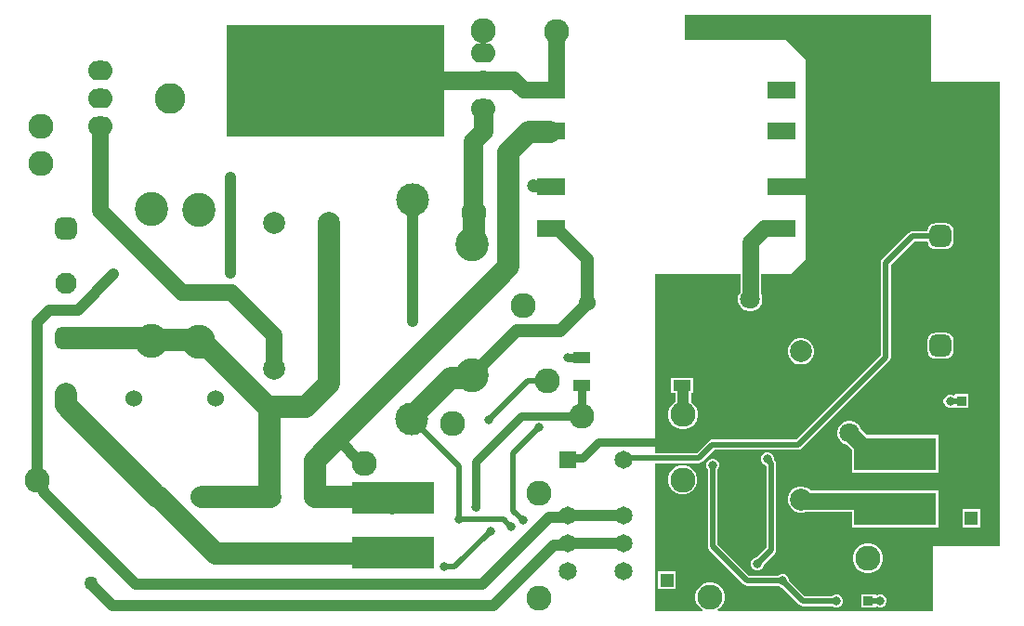
<source format=gbr>
%TF.GenerationSoftware,Altium Limited,Altium Designer,21.6.4 (81)*%
G04 Layer_Physical_Order=1*
G04 Layer_Color=255*
%FSLAX43Y43*%
%MOMM*%
%TF.SameCoordinates,3FCC9EDD-E33D-4AE7-AC82-89E58AA9E509*%
%TF.FilePolarity,Positive*%
%TF.FileFunction,Copper,L1,Top,Signal*%
%TF.Part,Single*%
G01*
G75*
%TA.AperFunction,TestPad*%
%ADD10R,7.500X3.000*%
%ADD11R,0.900X0.850*%
%ADD12R,1.600X1.000*%
%ADD13R,2.500X1.500*%
%ADD14R,0.850X0.900*%
%TA.AperFunction,Conductor*%
%ADD15C,1.000*%
%ADD16C,0.500*%
%ADD17C,0.300*%
%ADD18C,0.800*%
%ADD19C,2.000*%
%ADD20C,1.200*%
%ADD21C,1.500*%
%ADD22C,1.700*%
%ADD23C,1.800*%
%ADD24R,1.881X5.156*%
%ADD25R,1.395X4.040*%
%ADD26R,3.522X3.251*%
%ADD27R,3.333X3.701*%
%ADD28R,3.724X3.766*%
%ADD29R,2.718X4.191*%
%ADD30R,19.812X10.160*%
%ADD31R,2.528X2.957*%
%TA.AperFunction,TestPad*%
%ADD32C,2.286*%
%TA.AperFunction,ComponentPad*%
%ADD33C,1.650*%
%ADD34R,1.650X1.650*%
%TA.AperFunction,TestPad*%
%ADD35C,1.950*%
G04:AMPARAMS|DCode=36|XSize=1.95mm|YSize=1.95mm|CornerRadius=0.488mm|HoleSize=0mm|Usage=FLASHONLY|Rotation=270.000|XOffset=0mm|YOffset=0mm|HoleType=Round|Shape=RoundedRectangle|*
%AMROUNDEDRECTD36*
21,1,1.950,0.975,0,0,270.0*
21,1,0.975,1.950,0,0,270.0*
1,1,0.975,-0.488,-0.488*
1,1,0.975,-0.488,0.488*
1,1,0.975,0.488,0.488*
1,1,0.975,0.488,-0.488*
%
%ADD36ROUNDEDRECTD36*%
%TA.AperFunction,ComponentPad*%
%ADD37C,2.000*%
%TA.AperFunction,TestPad*%
%ADD38C,2.000*%
%TA.AperFunction,ComponentPad*%
%ADD39C,3.000*%
%TA.AperFunction,TestPad*%
%ADD40C,1.524*%
%TA.AperFunction,ComponentPad*%
%ADD41C,2.286*%
%ADD42O,3.000X3.100*%
%TA.AperFunction,TestPad*%
%ADD43O,2.286X1.778*%
%ADD44C,4.572*%
%TA.AperFunction,ComponentPad*%
%ADD45C,2.794*%
%ADD46O,2.286X1.778*%
%TA.AperFunction,TestPad*%
%ADD47R,1.200X1.200*%
%ADD48C,1.200*%
%ADD49R,1.250X1.250*%
%ADD50C,1.250*%
%TA.AperFunction,ViaPad*%
%ADD51C,0.800*%
%ADD52C,1.270*%
%ADD53C,1.200*%
%ADD54C,1.800*%
%ADD55C,1.000*%
G36*
X84404Y48630D02*
X84455Y48579D01*
X90667D01*
X90667Y6272D01*
X84545D01*
Y331D01*
X64945Y326D01*
X64911Y453D01*
X65061Y540D01*
X65311Y790D01*
X65488Y1096D01*
X65580Y1437D01*
Y1791D01*
X65488Y2133D01*
X65311Y2439D01*
X65061Y2689D01*
X64755Y2866D01*
X64413Y2957D01*
X64060D01*
X63718Y2866D01*
X63412Y2689D01*
X63162Y2439D01*
X62985Y2133D01*
X62894Y1791D01*
Y1437D01*
X62985Y1096D01*
X63162Y790D01*
X63412Y540D01*
X63562Y453D01*
X63528Y326D01*
X59323Y325D01*
X59233Y414D01*
Y530D01*
Y13818D01*
X63187D01*
X63363Y13853D01*
X63511Y13952D01*
X64614Y15055D01*
X72293D01*
X72468Y15090D01*
X72617Y15189D01*
X80559Y23131D01*
X80658Y23280D01*
X80693Y23455D01*
Y31862D01*
X82869Y34038D01*
X84053D01*
Y34009D01*
X84077Y33830D01*
X84146Y33662D01*
X84257Y33519D01*
X84400Y33409D01*
X84567Y33339D01*
X84747Y33316D01*
X85722D01*
X85901Y33339D01*
X86069Y33409D01*
X86212Y33519D01*
X86322Y33662D01*
X86392Y33830D01*
X86415Y34009D01*
Y34984D01*
X86392Y35164D01*
X86322Y35331D01*
X86212Y35474D01*
X86069Y35585D01*
X85901Y35654D01*
X85722Y35677D01*
X84747D01*
X84567Y35654D01*
X84400Y35585D01*
X84257Y35474D01*
X84146Y35331D01*
X84077Y35164D01*
X84053Y34984D01*
Y34955D01*
X82679D01*
X82503Y34920D01*
X82354Y34821D01*
X79910Y32377D01*
X79811Y32228D01*
X79776Y32052D01*
Y23645D01*
X72103Y15972D01*
X64424D01*
X64248Y15937D01*
X64100Y15838D01*
X62997Y14735D01*
X59233D01*
Y31090D01*
X66970D01*
Y29353D01*
X66869Y29177D01*
X66794Y28898D01*
Y28608D01*
X66869Y28328D01*
X67014Y28077D01*
X67219Y27873D01*
X67470Y27728D01*
X67749Y27653D01*
X68039D01*
X68319Y27728D01*
X68570Y27873D01*
X68774Y28077D01*
X68919Y28328D01*
X68994Y28608D01*
Y28898D01*
X68919Y29177D01*
X68887Y29234D01*
Y31090D01*
X71645D01*
X72974Y32419D01*
Y50521D01*
X71145Y52349D01*
X61951Y52349D01*
X61951Y54667D01*
X84404D01*
Y48630D01*
D02*
G37*
%LPC*%
G36*
X85722Y25696D02*
X84747D01*
X84567Y25672D01*
X84400Y25603D01*
X84257Y25493D01*
X84146Y25349D01*
X84077Y25182D01*
X84053Y25002D01*
Y24027D01*
X84077Y23848D01*
X84146Y23681D01*
X84257Y23537D01*
X84400Y23427D01*
X84567Y23358D01*
X84747Y23334D01*
X85722D01*
X85901Y23358D01*
X86069Y23427D01*
X86212Y23537D01*
X86322Y23681D01*
X86392Y23848D01*
X86415Y24027D01*
Y25002D01*
X86392Y25182D01*
X86322Y25349D01*
X86212Y25493D01*
X86069Y25603D01*
X85901Y25672D01*
X85722Y25696D01*
D02*
G37*
G36*
X72658Y25200D02*
X72342D01*
X72037Y25118D01*
X71763Y24960D01*
X71540Y24737D01*
X71382Y24463D01*
X71300Y24158D01*
Y23842D01*
X71382Y23537D01*
X71540Y23263D01*
X71763Y23040D01*
X72037Y22882D01*
X72342Y22800D01*
X72658D01*
X72963Y22882D01*
X73237Y23040D01*
X73460Y23263D01*
X73618Y23537D01*
X73700Y23842D01*
Y24158D01*
X73618Y24463D01*
X73460Y24737D01*
X73237Y24960D01*
X72963Y25118D01*
X72658Y25200D01*
D02*
G37*
G36*
X87776Y20124D02*
X86526D01*
Y20075D01*
X86511Y20058D01*
X86399Y20001D01*
X86223Y20074D01*
X85984D01*
X85764Y19982D01*
X85595Y19814D01*
X85504Y19593D01*
Y19354D01*
X85595Y19134D01*
X85764Y18965D01*
X85984Y18874D01*
X86223D01*
X86399Y18947D01*
X86511Y18890D01*
X86526Y18872D01*
Y18824D01*
X87776D01*
Y20124D01*
D02*
G37*
G36*
X61798Y21610D02*
X61674D01*
X61628Y21604D01*
X60674D01*
Y20204D01*
X61092D01*
Y19408D01*
X60923Y19311D01*
X60673Y19061D01*
X60496Y18754D01*
X60404Y18413D01*
Y18059D01*
X60496Y17718D01*
X60673Y17411D01*
X60923Y17161D01*
X61229Y16985D01*
X61571Y16893D01*
X61924D01*
X62266Y16985D01*
X62572Y17161D01*
X62822Y17411D01*
X62999Y17718D01*
X63090Y18059D01*
Y18413D01*
X62999Y18754D01*
X62822Y19061D01*
X62572Y19311D01*
X62504Y19350D01*
Y20204D01*
X62674D01*
Y21604D01*
X61844D01*
X61798Y21610D01*
D02*
G37*
G36*
X77081Y17655D02*
X76792D01*
X76512Y17580D01*
X76261Y17435D01*
X76056Y17231D01*
X75912Y16980D01*
X75837Y16700D01*
Y16410D01*
X75912Y16131D01*
X76056Y15880D01*
X76261Y15675D01*
X76512Y15530D01*
X76643Y15495D01*
X77127Y15012D01*
Y12967D01*
X85027D01*
Y16367D01*
X78482D01*
X77996Y16853D01*
X77962Y16980D01*
X77817Y17231D01*
X77612Y17435D01*
X77361Y17580D01*
X77081Y17655D01*
D02*
G37*
G36*
X61899Y13637D02*
X61545D01*
X61204Y13545D01*
X60897Y13368D01*
X60647Y13118D01*
X60471Y12812D01*
X60379Y12470D01*
Y12117D01*
X60471Y11775D01*
X60647Y11469D01*
X60897Y11219D01*
X61204Y11042D01*
X61545Y10951D01*
X61899D01*
X62240Y11042D01*
X62547Y11219D01*
X62797Y11469D01*
X62973Y11775D01*
X63065Y12117D01*
Y12470D01*
X62973Y12812D01*
X62797Y13118D01*
X62547Y13368D01*
X62240Y13545D01*
X61899Y13637D01*
D02*
G37*
G36*
X72658Y11700D02*
X72342D01*
X72037Y11618D01*
X71763Y11460D01*
X71540Y11237D01*
X71382Y10963D01*
X71300Y10658D01*
Y10342D01*
X71382Y10037D01*
X71540Y9763D01*
X71763Y9540D01*
X72037Y9382D01*
X72342Y9300D01*
X72658D01*
X72963Y9382D01*
X72982Y9393D01*
X73006Y9389D01*
X77127D01*
Y7967D01*
X85027D01*
Y11367D01*
X77127D01*
Y11306D01*
X73391D01*
X73237Y11460D01*
X72963Y11618D01*
X72658Y11700D01*
D02*
G37*
G36*
X88861Y9594D02*
X87211D01*
Y7944D01*
X88861D01*
Y9594D01*
D02*
G37*
G36*
X69571Y14773D02*
X69332D01*
X69112Y14682D01*
X68943Y14513D01*
X68852Y14292D01*
Y14054D01*
X68943Y13833D01*
X69112Y13664D01*
X69314Y13581D01*
X69340Y13554D01*
Y6083D01*
X68480Y5223D01*
X68410D01*
X68189Y5131D01*
X68021Y4963D01*
X67929Y4742D01*
Y4503D01*
X68021Y4283D01*
X68189Y4114D01*
X68410Y4023D01*
X68649D01*
X68869Y4114D01*
X69038Y4283D01*
X69129Y4503D01*
Y4574D01*
X70124Y5568D01*
X70223Y5717D01*
X70258Y5893D01*
Y13744D01*
X70223Y13920D01*
X70124Y14069D01*
X70052Y14141D01*
Y14292D01*
X69960Y14513D01*
X69791Y14682D01*
X69571Y14773D01*
D02*
G37*
G36*
X78790Y6502D02*
X78436D01*
X78095Y6411D01*
X77788Y6234D01*
X77538Y5984D01*
X77362Y5678D01*
X77270Y5336D01*
Y4982D01*
X77362Y4641D01*
X77538Y4335D01*
X77788Y4085D01*
X78095Y3908D01*
X78436Y3816D01*
X78790D01*
X79131Y3908D01*
X79438Y4085D01*
X79688Y4335D01*
X79864Y4641D01*
X79956Y4982D01*
Y5336D01*
X79864Y5678D01*
X79688Y5984D01*
X79438Y6234D01*
X79131Y6411D01*
X78790Y6502D01*
D02*
G37*
G36*
X61086Y3919D02*
X59486D01*
Y2319D01*
X61086D01*
Y3919D01*
D02*
G37*
G36*
X79294Y1886D02*
X77994D01*
Y636D01*
X79294D01*
Y688D01*
X79335Y719D01*
X79421Y756D01*
X79617Y674D01*
X79855D01*
X80076Y766D01*
X80245Y935D01*
X80336Y1155D01*
Y1394D01*
X80245Y1614D01*
X80076Y1783D01*
X79855Y1874D01*
X79617D01*
X79421Y1793D01*
X79335Y1830D01*
X79294Y1860D01*
Y1886D01*
D02*
G37*
G36*
X64585Y14240D02*
X64346D01*
X64125Y14148D01*
X63957Y13980D01*
X63865Y13759D01*
Y13520D01*
X63957Y13300D01*
X64006Y13250D01*
Y6223D01*
X64041Y6047D01*
X64141Y5899D01*
X67290Y2749D01*
X67439Y2650D01*
X67614Y2615D01*
X70448D01*
X70498Y2565D01*
X70719Y2474D01*
X70789D01*
X72347Y916D01*
X72496Y817D01*
X72671Y782D01*
X75353D01*
X75403Y732D01*
X75623Y640D01*
X75862D01*
X76083Y732D01*
X76251Y901D01*
X76343Y1121D01*
Y1360D01*
X76251Y1580D01*
X76083Y1749D01*
X75862Y1840D01*
X75623D01*
X75403Y1749D01*
X75353Y1699D01*
X72861D01*
X71438Y3123D01*
Y3193D01*
X71347Y3414D01*
X71178Y3583D01*
X70957Y3674D01*
X70719D01*
X70498Y3583D01*
X70448Y3533D01*
X67804D01*
X64924Y6413D01*
Y13250D01*
X64974Y13300D01*
X65065Y13520D01*
Y13759D01*
X64974Y13980D01*
X64805Y14148D01*
X64585Y14240D01*
D02*
G37*
%LPD*%
D10*
X35331Y5644D02*
D03*
Y10644D02*
D03*
X81077Y9667D02*
D03*
Y14667D02*
D03*
D11*
X78644Y1261D02*
D03*
Y2811D02*
D03*
D12*
X61674Y20904D02*
D03*
X52524Y23444D02*
D03*
X61674D02*
D03*
X52524Y20904D02*
D03*
D13*
X49774Y38989D02*
D03*
Y47829D02*
D03*
Y35229D02*
D03*
Y44069D02*
D03*
X70774Y38989D02*
D03*
Y35229D02*
D03*
Y44069D02*
D03*
Y47829D02*
D03*
D14*
X88701Y19474D02*
D03*
X87151D02*
D03*
D15*
X9749Y825D02*
X44485D01*
X50006Y6346D01*
X50688D01*
X50691Y6350D01*
X11879Y2751D02*
X43441D01*
X49580Y8890D02*
X51151D01*
X43441Y2751D02*
X49580Y8890D01*
X51162Y6350D02*
X51283Y6470D01*
X50691Y6350D02*
X51162D01*
X51151Y8890D02*
X51275Y9014D01*
X2896Y11946D02*
X3485Y11356D01*
Y11145D02*
X11879Y2751D01*
X2896Y11946D02*
Y26619D01*
X3485Y11145D02*
Y11356D01*
X7823Y2751D02*
X9749Y825D01*
X51369Y6470D02*
X56327D01*
X51308Y9071D02*
X56388D01*
X61798Y18287D02*
Y20904D01*
X61674D02*
X61798D01*
X49736Y39027D02*
X49774Y38989D01*
X48108Y39065D02*
X48146Y39027D01*
X49736D01*
X32492Y13792D02*
X32741D01*
X30257Y16027D02*
X32492Y13792D01*
X2896Y26619D02*
X4039Y27762D01*
X34227Y10693D02*
X35276Y9644D01*
X32073Y10693D02*
X34227D01*
X6600Y27762D02*
X9881Y31043D01*
X4039Y27762D02*
X6600D01*
X20486Y31115D02*
Y39853D01*
X37109Y26756D02*
Y37786D01*
X49680Y43975D02*
X49774Y44069D01*
D16*
X46292Y9499D02*
X47194Y8597D01*
X46292Y9499D02*
Y14688D01*
X41351Y8694D02*
X45381D01*
X46020Y8055D02*
X46101D01*
X45381Y8694D02*
X46020Y8055D01*
X69452Y14092D02*
Y14173D01*
X69799Y5893D02*
Y13744D01*
X68529Y4623D02*
X69799Y5893D01*
X69452Y14092D02*
X69799Y13744D01*
X40971Y4420D02*
X44196Y7644D01*
X39984Y4420D02*
X40971D01*
X46292Y14688D02*
X48674Y17071D01*
X62481Y15748D02*
X63853Y17120D01*
X37059Y17811D02*
X41351Y13519D01*
Y8694D02*
Y13519D01*
X47631Y21311D02*
X48971D01*
X44070Y17750D02*
X47631Y21311D01*
X64465Y6223D02*
Y13640D01*
X67614Y3074D02*
X70838D01*
X64465Y6223D02*
X67614Y3074D01*
X64424Y15514D02*
X72293D01*
X56337Y14276D02*
X63187D01*
X64424Y15514D01*
X72293D02*
X80234Y23455D01*
Y32052D01*
X71907Y17120D02*
X78232Y23444D01*
X63853Y17120D02*
X71907D01*
X78232Y23444D02*
Y35535D01*
X82194Y39497D01*
X80234Y32052D02*
X82679Y34497D01*
X82194Y39497D02*
X85234D01*
X82679Y34497D02*
X85234D01*
X86104Y19474D02*
X87151D01*
X79730Y1268D02*
X79736Y1274D01*
X78684Y1246D02*
X78707Y1268D01*
X79730D01*
X75743Y1240D02*
X75768D01*
X72671D02*
X75743D01*
X70838Y3074D02*
X72671Y1240D01*
D17*
X7823Y2751D02*
Y2845D01*
D18*
X51257Y14276D02*
X52576D01*
X54048Y15748D02*
X62481D01*
X52576Y14276D02*
X54048Y15748D01*
X42901Y13945D02*
X47054Y18098D01*
X42901Y9844D02*
Y13945D01*
X47054Y18098D02*
X52524D01*
Y20904D01*
X51257Y23409D02*
X52626D01*
X52688Y23471D01*
D19*
X5500Y19113D02*
X13868Y10744D01*
X5500Y19113D02*
Y20171D01*
X28194Y14013D02*
X45872Y31691D01*
Y42113D02*
X47734Y43975D01*
X45872Y31691D02*
Y42113D01*
X13979Y10744D02*
X19186Y5537D01*
X34527D01*
X28194Y10693D02*
X32073D01*
X23876Y18974D02*
X24140Y18709D01*
X18513Y24336D02*
X23876Y18974D01*
X13335Y24963D02*
X13373Y24924D01*
X13126Y25171D02*
X13335Y24963D01*
X29486Y22384D02*
Y35738D01*
Y21104D02*
Y22384D01*
X37059Y17984D02*
X40622Y21546D01*
X42329D02*
X42570Y21788D01*
X40622Y21546D02*
X42329D01*
X27356Y18974D02*
X29486Y21104D01*
X23876Y18974D02*
X27356D01*
X17678Y24886D02*
X17899D01*
X18449Y24336D01*
X18513D01*
X24105Y10783D02*
X24194Y10693D01*
X24105Y10783D02*
Y18460D01*
X17919Y10693D02*
X24194D01*
X17868Y10744D02*
X17919Y10693D01*
X13385Y25013D02*
X17552D01*
X5500Y25171D02*
X13126D01*
X28194Y10693D02*
Y14013D01*
X42674Y33813D02*
Y36624D01*
X47734Y43975D02*
X49680D01*
D20*
X50274Y35229D02*
X53061Y32443D01*
Y28423D02*
Y32443D01*
X49774Y35229D02*
X50274D01*
X53061Y28335D02*
Y28423D01*
X37059Y17811D02*
Y17984D01*
X46638Y25855D02*
X50620D01*
X52899Y28134D02*
Y28173D01*
X53061Y28335D01*
X50620Y25855D02*
X52899Y28134D01*
X42570Y21788D02*
X46638Y25855D01*
D21*
X70774Y38989D02*
X74295D01*
X46380Y48692D02*
X47243Y47829D01*
X20599Y29337D02*
X24486Y25451D01*
X8687Y36779D02*
X16129Y29337D01*
X20599D01*
X24486Y22384D02*
Y25451D01*
X8687Y36779D02*
Y44475D01*
X76938Y16555D02*
X78827Y14667D01*
X76937Y16555D02*
X76938D01*
X78827Y14667D02*
X81077D01*
X72500Y10500D02*
X72596Y10404D01*
X72949D02*
X73006Y10348D01*
X80396D02*
X81077Y9667D01*
X72596Y10404D02*
X72949D01*
X73006Y10348D02*
X80396D01*
X69189Y35229D02*
X70774D01*
X67929Y28660D02*
Y33969D01*
X69189Y35229D01*
X50241Y47829D02*
Y53111D01*
X47243Y47829D02*
X50274D01*
D22*
X23364Y48692D02*
X46380D01*
D23*
X42621Y36677D02*
Y43180D01*
X43557Y44116D02*
Y46152D01*
X42621Y43180D02*
X43557Y44116D01*
D24*
X60263Y7023D02*
D03*
D25*
X67492Y10453D02*
D03*
D26*
X67249Y23927D02*
D03*
D27*
X85004Y29544D02*
D03*
D28*
X85285Y39615D02*
D03*
D29*
X74485Y39154D02*
D03*
D30*
X30095Y48691D02*
D03*
D31*
X85236Y29571D02*
D03*
D32*
X48620Y1504D02*
D03*
X61722Y12294D02*
D03*
X47158Y28198D02*
D03*
X40792Y17428D02*
D03*
X48674Y11100D02*
D03*
X52524Y18098D02*
D03*
X3226Y44475D02*
D03*
X32741Y13792D02*
D03*
X49428Y21336D02*
D03*
X78613Y5159D02*
D03*
X64237Y1614D02*
D03*
X74371Y39065D02*
D03*
X2896Y12294D02*
D03*
X3293Y41097D02*
D03*
X61747Y18236D02*
D03*
D33*
X56355Y14094D02*
D03*
Y9014D02*
D03*
Y6474D02*
D03*
Y3934D02*
D03*
X51275D02*
D03*
Y6474D02*
D03*
Y9014D02*
D03*
D34*
Y14094D02*
D03*
D35*
X5500Y20171D02*
D03*
X5500Y30175D02*
D03*
X85234Y39497D02*
D03*
X85234Y29515D02*
D03*
D36*
X5500Y25171D02*
D03*
X5500Y35175D02*
D03*
X85234Y34497D02*
D03*
X85234Y24515D02*
D03*
D37*
X28194Y10693D02*
D03*
X24194D02*
D03*
X29486Y22384D02*
D03*
X24486D02*
D03*
X17868Y10744D02*
D03*
X13868D02*
D03*
X24486Y35738D02*
D03*
X29486D02*
D03*
D38*
X67500Y10500D02*
D03*
X72500D02*
D03*
Y24000D02*
D03*
X67500D02*
D03*
D39*
X37059Y17811D02*
D03*
X37109Y37786D02*
D03*
D40*
X11693Y19694D02*
D03*
X19193Y19669D02*
D03*
X53061Y28423D02*
D03*
X60561Y28398D02*
D03*
D41*
X50241Y53111D02*
D03*
X43580Y53238D02*
D03*
X42674Y36624D02*
D03*
X87224Y46660D02*
D03*
D42*
X42570Y21788D02*
D03*
Y33788D02*
D03*
X17678Y24886D02*
D03*
Y36886D02*
D03*
X13335Y36963D02*
D03*
Y24963D02*
D03*
D43*
X43557Y51232D02*
D03*
Y48692D02*
D03*
Y46152D02*
D03*
D44*
X23364Y48692D02*
D03*
D45*
X15037Y47015D02*
D03*
D46*
X8687Y44475D02*
D03*
Y47015D02*
D03*
Y49555D02*
D03*
D47*
X60286Y3119D02*
D03*
D48*
Y5659D02*
D03*
Y8199D02*
D03*
D49*
X88036Y8769D02*
D03*
D50*
Y15869D02*
D03*
D51*
X47194Y8597D02*
D03*
X46101Y8055D02*
D03*
X48674Y17071D02*
D03*
X44196Y7644D02*
D03*
X41351Y8694D02*
D03*
X42901Y9844D02*
D03*
X39984Y4420D02*
D03*
X44070Y17750D02*
D03*
X86104Y19474D02*
D03*
X64465Y13640D02*
D03*
X20486Y39853D02*
D03*
Y31115D02*
D03*
X51257Y23409D02*
D03*
X37109Y26756D02*
D03*
X79736Y1274D02*
D03*
X69452Y14173D02*
D03*
X68529Y4623D02*
D03*
X75743Y1240D02*
D03*
X70838Y3074D02*
D03*
D52*
X7823Y2845D02*
D03*
D53*
X48108Y39065D02*
D03*
D54*
X76937Y16555D02*
D03*
X67894Y28753D02*
D03*
D55*
X9881Y31043D02*
D03*
%TF.MD5,ee79223f805a1781bf9c8d5a8705973c*%
M02*

</source>
